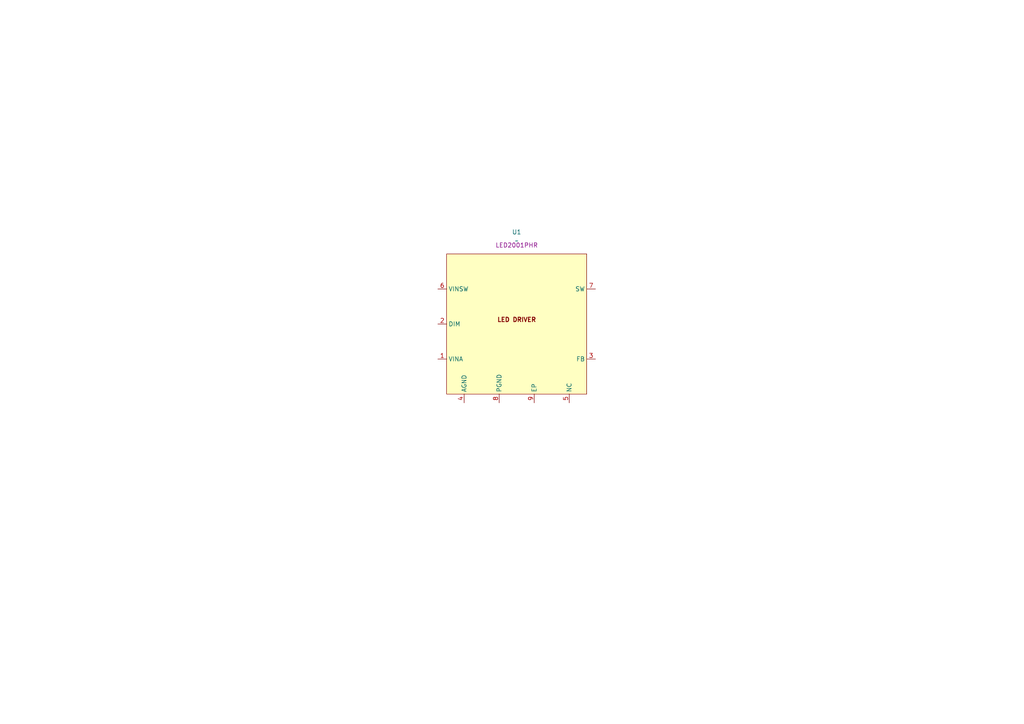
<source format=kicad_sch>
(kicad_sch (version 20231120) (generator "eeschema") (generator_version "8.0")
  (paper "A4")
  (title_block (date "2024-08-26") (rev "A") (company "LiveAstra Technologies"))
  (lib_symbols
    (symbol "LiveAstra:LED2001PHR"
      (property "Reference" "U" (at 0 25.4 0))
      (property "Description" "LED2001PHR" (at 0 22.86 0))
      (symbol "LED2001PHR_1_1"
        (rectangle (start -20.32 20.32) (end 20.32 -20.32) (fill (type background)))
        (text "LED DRIVER" (at 0 1.27 0) (effects (font (size 1.27 1.27) (bold yes))))
        (pin power_in line (at -22.86 -10.16 0) (length 2.54) (name "VINA") (number "1"))
        (pin input line (at -22.86 0 0) (length 2.54) (name "DIM") (number "2"))
        (pin input line (at 22.86 -10.16 180) (length 2.54) (name "FB") (number "3"))
        (pin power_in line (at -15.24 -22.86 90) (length 2.54) (name "AGND") (number "4"))
        (pin passive line (at 15.24 -22.86 90) (length 2.54) (name "NC") (number "5"))
        (pin power_in line (at -22.86 10.16 0) (length 2.54) (name "VINSW") (number "6"))
        (pin power_out line (at 22.86 10.16 180) (length 2.54) (name "SW") (number "7"))
        (pin power_in line (at -5.08 -22.86 90) (length 2.54) (name "PGND") (number "8"))
        (pin passive line (at 5.08 -22.86 90) (length 2.54) (name "EP") (number "9"))
      )
    )
  )
  (symbol (lib_id "LiveAstra:LED2001PHR") (at 149.86 93.98 0) (unit 1)
    (property "Reference" "U1" (at 149.86 67.31 0))
    (property "Value" "~" (at 149.86 69.85 0))
    (property "Footprint" "HSOP-8_L5.0-W4.0-P1.27-LS6.2-BL-EP" (effects (hide yes)))
    (property "Datasheet" "https://www.st.com/resource/en/datasheet/led2001.pdf" (effects (hide yes)))
    (property "Description" "LED2001PHR" (at 149.86 71.12 0))
    (property "LCSC Part" "C2678918" (effects (hide yes)))
  )
)
</source>
